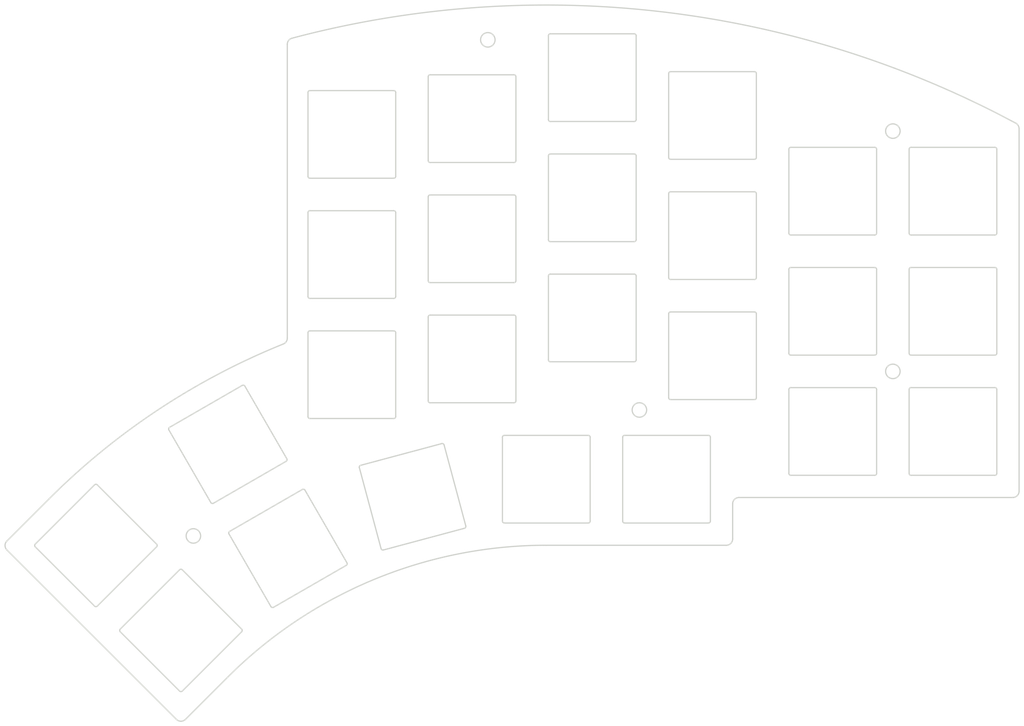
<source format=kicad_pcb>
(kicad_pcb (version 20221018) (generator pcbnew)

  (general
    (thickness 1.6)
  )

  (paper "A4")
  (layers
    (0 "F.Cu" signal)
    (31 "B.Cu" signal)
    (32 "B.Adhes" user "B.Adhesive")
    (33 "F.Adhes" user "F.Adhesive")
    (34 "B.Paste" user)
    (35 "F.Paste" user)
    (36 "B.SilkS" user "B.Silkscreen")
    (37 "F.SilkS" user "F.Silkscreen")
    (38 "B.Mask" user)
    (39 "F.Mask" user)
    (40 "Dwgs.User" user "User.Drawings")
    (41 "Cmts.User" user "User.Comments")
    (42 "Eco1.User" user "User.Eco1")
    (43 "Eco2.User" user "User.Eco2")
    (44 "Edge.Cuts" user)
    (45 "Margin" user)
    (46 "B.CrtYd" user "B.Courtyard")
    (47 "F.CrtYd" user "F.Courtyard")
    (48 "B.Fab" user)
    (49 "F.Fab" user)
    (50 "User.1" user)
    (51 "User.2" user)
    (52 "User.3" user)
    (53 "User.4" user)
    (54 "User.5" user)
    (55 "User.6" user)
    (56 "User.7" user)
    (57 "User.8" user)
    (58 "User.9" user)
  )

  (setup
    (pad_to_mask_clearance 0)
    (pcbplotparams
      (layerselection 0x0002000_7ffffffe)
      (plot_on_all_layers_selection 0x0002000_00000000)
      (disableapertmacros false)
      (usegerberextensions false)
      (usegerberattributes true)
      (usegerberadvancedattributes true)
      (creategerberjobfile true)
      (dashed_line_dash_ratio 12.000000)
      (dashed_line_gap_ratio 3.000000)
      (svgprecision 4)
      (plotframeref false)
      (viasonmask false)
      (mode 1)
      (useauxorigin false)
      (hpglpennumber 1)
      (hpglpenspeed 20)
      (hpglpendiameter 15.000000)
      (dxfpolygonmode true)
      (dxfimperialunits false)
      (dxfusepcbnewfont true)
      (psnegative false)
      (psa4output false)
      (plotreference true)
      (plotvalue true)
      (plotinvisibletext false)
      (sketchpadsonfab false)
      (subtractmaskfromsilk false)
      (outputformat 3)
      (mirror false)
      (drillshape 0)
      (scaleselection 1)
      (outputdirectory "./")
    )
  )

  (net 0 "")

  (gr_arc (start 25.112502 -13.269206) (mid 24.900366 -13.357071) (end 24.812502 -13.569206)
    (stroke (width 0.2) (type solid)) (layer "Edge.Cuts") (tstamp 0037f7da-0499-41ac-b602-d1cf2914e256))
  (gr_arc (start 76.512502 -15.169196) (mid 76.724626 -15.081324) (end 76.812502 -14.869196)
    (stroke (width 0.2) (type solid)) (layer "Edge.Cuts") (tstamp 00f1d347-810f-4026-9894-b9158e3e9993))
  (gr_line (start -26.166791 31.653802) (end -32.816791 20.135664)
    (stroke (width 0.2) (type solid)) (layer "Edge.Cuts") (tstamp 01b62ead-aba9-4822-941b-1b83d3aeab12))
  (gr_arc (start -18.437498 -29.619206) (mid -18.525366 -29.407074) (end -18.737498 -29.319206)
    (stroke (width 0.2) (type solid)) (layer "Edge.Cuts") (tstamp 0262d767-dac8-47f3-b59b-572652d9c97d))
  (gr_arc (start -54.379544 10.58788) (mid -54.409515 10.360234) (end -54.269737 10.178072)
    (stroke (width 0.2) (type solid)) (layer "Edge.Cuts") (tstamp 03130ea8-6163-402a-8e06-cf10ba8df835))
  (gr_arc (start -33.226599 20.025856) (mid -32.998953 19.995886) (end -32.816791 20.135664)
    (stroke (width 0.2) (type solid)) (layer "Edge.Cuts") (tstamp 0382c829-4cbe-4e93-801f-55a2731b8164))
  (gr_arc (start -47.319737 22.215825) (mid -47.547383 22.245796) (end -47.729544 22.106018)
    (stroke (width 0.2) (type solid)) (layer "Edge.Cuts") (tstamp 053460e7-369d-4864-8d0e-272725efec9b))
  (gr_arc (start 38.712502 5.480794) (mid 38.624636 5.692932) (end 38.412502 5.780794)
    (stroke (width 0.2) (type solid)) (layer "Edge.Cuts") (tstamp 0623cef3-9d8f-4365-8276-ec4037f92f63))
  (gr_line (start -32.037498 8.780794) (end -18.737498 8.780794)
    (stroke (width 0.2) (type solid)) (layer "Edge.Cuts") (tstamp 085be061-4d4b-495b-a014-2f2abff4c3a3))
  (gr_line (start 0.612502 -32.119206) (end 0.612502 -45.419206)
    (stroke (width 0.2) (type solid)) (layer "Edge.Cuts") (tstamp 098ee356-02a1-4929-a95a-2c415120f880))
  (gr_line (start -66.14996 19.294088) (end -75.55448 28.698609)
    (stroke (width 0.2) (type solid)) (layer "Edge.Cuts") (tstamp 098f0d30-0a25-4b6b-a472-8457438ea545))
  (gr_arc (start -18.737498 -5.119206) (mid -18.525366 -5.031338) (end -18.437498 -4.819206)
    (stroke (width 0.2) (type solid)) (layer "Edge.Cuts") (tstamp 0ea99885-2a8c-4828-a3d6-d21d79346656))
  (gr_arc (start 5.762502 -13.819206) (mid 5.850372 -14.031332) (end 6.062502 -14.119206)
    (stroke (width 0.2) (type solid)) (layer "Edge.Cuts") (tstamp 0ec49b07-7bba-4463-b68f-a9b246b9c8f1))
  (gr_line (start 19.362502 -52.219206) (end 6.062502 -52.219206)
    (stroke (width 0.2) (type solid)) (layer "Edge.Cuts") (tstamp 0f80afcb-a855-4a3c-bd7b-ef43cf29c47f))
  (gr_arc (start -13.287498 -7.319206) (mid -13.19963 -7.531338) (end -12.987498 -7.619206)
    (stroke (width 0.2) (type solid)) (layer "Edge.Cuts") (tstamp 10ba11ad-3882-49d3-952f-037caca7acb9))
  (gr_arc (start 0.612502 -13.069206) (mid 0.524636 -12.857068) (end 0.312502 -12.769206)
    (stroke (width 0.2) (type solid)) (layer "Edge.Cuts") (tstamp 10f869bd-6333-4526-a93a-7b62d090f6e8))
  (gr_line (start 17.826611 11.450622) (end 31.126611 11.450622)
    (stroke (width 0.2) (type solid)) (layer "Edge.Cuts") (tstamp 10ffedb2-ffc4-4628-972b-98cc8fb609cd))
  (gr_line (start 24.812502 -7.819206) (end 24.812502 5.480794)
    (stroke (width 0.2) (type solid)) (layer "Edge.Cuts") (tstamp 115e6be3-2e77-4ddf-aed6-d59d4d2e2912))
  (gr_line (start -1.223389 25.350622) (end 12.076611 25.350622)
    (stroke (width 0.2) (type solid)) (layer "Edge.Cuts") (tstamp 11994aa1-44d9-4921-ab9b-d1834ea2c0f6))
  (gr_line (start -45.0605 49.788068) (end -51.760337 56.487905)
    (stroke (width 0.2) (type solid)) (layer "Edge.Cuts") (tstamp 14c6f4c9-8f92-4363-9d51-e28a73fd73cf))
  (gr_line (start -32.037498 -29.319206) (end -18.737498 -29.319206)
    (stroke (width 0.2) (type solid)) (layer "Edge.Cuts") (tstamp 151623a5-8a17-46a9-a2e3-5f19c266b2e8))
  (gr_arc (start 25.112502 -32.319206) (mid 24.900366 -32.407071) (end 24.812502 -32.619206)
    (stroke (width 0.2) (type solid)) (layer "Edge.Cuts") (tstamp 164c88b0-c938-45bc-be76-f7c59c496253))
  (gr_line (start -18.737498 -43.219206) (end -32.037498 -43.219206)
    (stroke (width 0.2) (type solid)) (layer "Edge.Cuts") (tstamp 16576459-dbd5-4125-a20f-8cd1a8e0ce6f))
  (gr_arc (start 76.812502 17.480804) (mid 76.724632 17.692935) (end 76.512502 17.780804)
    (stroke (width 0.2) (type solid)) (layer "Edge.Cuts") (tstamp 18a03ad6-0116-467f-9a04-6d311aa6dc1b))
  (gr_arc (start -32.037498 8.780794) (mid -32.24963 8.692926) (end -32.337498 8.480794)
    (stroke (width 0.2) (type solid)) (layer "Edge.Cuts") (tstamp 18c90d8f-a50b-4d90-8dd3-b14b6bbb2321))
  (gr_arc (start 44.162502 -20.319206) (mid 43.950366 -20.407071) (end 43.862502 -20.619206)
    (stroke (width 0.2) (type solid)) (layer "Edge.Cuts") (tstamp 198b857f-41a6-4818-b68c-5def52d25e75))
  (gr_arc (start -66.14996 19.294088) (mid -65.937828 19.20622) (end -65.725696 19.294088)
    (stroke (width 0.2) (type solid)) (layer "Edge.Cuts") (tstamp 1b15aefd-ffe4-4df7-9968-beebf8f2f1b0))
  (gr_arc (start 19.362502 -14.119206) (mid 19.57463 -14.031335) (end 19.662502 -13.819206)
    (stroke (width 0.2) (type solid)) (layer "Edge.Cuts") (tstamp 1bbeef1a-b50f-4173-9a92-942e515f4edf))
  (gr_arc (start -13.287498 -26.369206) (mid -13.19963 -26.581338) (end -12.987498 -26.669206)
    (stroke (width 0.2) (type solid)) (layer "Edge.Cuts") (tstamp 1c73a639-57ff-4ac4-b537-d40fa99c5e4f))
  (gr_line (start -18.437498 -10.569206) (end -18.437498 -23.869206)
    (stroke (width 0.2) (type solid)) (layer "Edge.Cuts") (tstamp 1d000206-efc1-46cd-8919-f8dd1ead7895))
  (gr_line (start 79.337502 21.305794) (end 35.951611 21.305794)
    (stroke (width 0.2) (type solid)) (layer "Edge.Cuts") (tstamp 1f9ea49f-6d58-452e-8a21-ab56d4319e23))
  (gr_line (start 76.512502 3.880804) (end 63.212502 3.880804)
    (stroke (width 0.2) (type solid)) (layer "Edge.Cuts") (tstamp 2098ad47-c700-4d5e-b8b6-e5daa191b4d3))
  (gr_arc (start 76.812502 -20.619196) (mid 76.724632 -20.407065) (end 76.512502 -20.319196)
    (stroke (width 0.2) (type solid)) (layer "Edge.Cuts") (tstamp 21f73b48-815d-4c35-9308-fa58fd664077))
  (gr_arc (start 17.826611 25.350622) (mid 17.614459 25.262762) (end 17.526611 25.050622)
    (stroke (width 0.2) (type solid)) (layer "Edge.Cuts") (tstamp 22ab227e-5963-4f17-9206-649bd2fbbe75))
  (gr_line (start -35.691791 15.156018) (end -42.341791 3.63788)
    (stroke (width 0.2) (type solid)) (layer "Edge.Cuts") (tstamp 248495ea-3e3f-4640-9c2a-49e8da7ff82f))
  (gr_arc (start 76.812502 -1.569196) (mid 76.724632 -1.357065) (end 76.512502 -1.269196)
    (stroke (width 0.2) (type solid)) (layer "Edge.Cuts") (tstamp 24a35a09-59c8-4247-adb6-d2e9bf9b4507))
  (gr_line (start -32.337498 -42.919206) (end -32.337498 -29.619206)
    (stroke (width 0.2) (type solid)) (layer "Edge.Cuts") (tstamp 26073228-ab53-4d1c-b1e1-7809b393756f))
  (gr_arc (start 38.712502 -32.619206) (mid 38.624636 -32.407068) (end 38.412502 -32.319206)
    (stroke (width 0.2) (type solid)) (layer "Edge.Cuts") (tstamp 2745a1f9-97bb-4512-8a3c-141f6c2a0edb))
  (gr_arc (start 63.212502 -1.269196) (mid 63.000362 -1.35706) (end 62.912502 -1.569196)
    (stroke (width 0.2) (type solid)) (layer "Edge.Cuts") (tstamp 284d3cdf-ce98-4a47-9db3-a5d1cfbf0831))
  (gr_arc (start 6.062502 -38.319206) (mid 5.850366 -38.407071) (end 5.762502 -38.619206)
    (stroke (width 0.2) (type solid)) (layer "Edge.Cuts") (tstamp 294cea30-16bf-4365-9c1a-8a78669e4c3b))
  (gr_line (start 43.862502 -33.919206) (end 43.862502 -20.619206)
    (stroke (width 0.2) (type solid)) (layer "Edge.Cuts") (tstamp 2b4cd5eb-965a-4074-8c57-5e31cfeaf007))
  (gr_line (start 19.362502 -14.119206) (end 6.062502 -14.119206)
    (stroke (width 0.2) (type solid)) (layer "Edge.Cuts") (tstamp 2d7b3e59-ce14-4a24-b30c-99c9946ad259))
  (gr_arc (start 0.612502 -32.119206) (mid 0.524636 -31.907068) (end 0.312502 -31.819206)
    (stroke (width 0.2) (type solid)) (layer "Edge.Cuts") (tstamp 2db5cfda-e5c0-459d-bc15-b4a13e18b5fd))
  (gr_arc (start 31.126611 11.450622) (mid 31.338723 11.538498) (end 31.426611 11.750622)
    (stroke (width 0.2) (type solid)) (layer "Edge.Cuts") (tstamp 30ff858d-ab74-4990-9297-265d4eaa1606))
  (gr_arc (start -37.794737 38.713609) (mid -38.022382 38.743579) (end -38.204544 38.603802)
    (stroke (width 0.2) (type solid)) (layer "Edge.Cuts") (tstamp 311c45f2-fc31-44ea-b5b8-79700723659c))
  (gr_arc (start 6.062502 -19.269206) (mid 5.850366 -19.357071) (end 5.762502 -19.569206)
    (stroke (width 0.2) (type solid)) (layer "Edge.Cuts") (tstamp 312dfe0f-e431-40fb-bf66-2cb27af5d360))
  (gr_line (start -18.437498 8.480794) (end -18.437498 -4.819206)
    (stroke (width 0.2) (type solid)) (layer "Edge.Cuts") (tstamp 31b1a4f4-9f43-4fcd-944a-8bd26020ed50))
  (gr_line (start -20.388698 29.624761) (end -7.541885 26.182468)
    (stroke (width 0.2) (type solid)) (layer "Edge.Cuts") (tstamp 33140ad3-e1dc-4fbf-8df1-ab75073a7281))
  (gr_arc (start 60.631419 -46.75886) (mid 70.367461 -42.725748) (end 79.81112 -38.048804)
    (stroke (width 0.2) (type solid)) (layer "Edge.Cuts") (tstamp 35a3d4a5-f337-48e1-9d59-78c6840b5123))
  (gr_line (start 6.062502 -0.219206) (end 19.362502 -0.219206)
    (stroke (width 0.2) (type solid)) (layer "Edge.Cuts") (tstamp 362035a9-6fc4-4f5c-bb04-98512f5b5e83))
  (gr_arc (start -11.139469 12.756099) (mid -10.911824 12.786069) (end -10.772046 12.968231)
    (stroke (width 0.2) (type solid)) (layer "Edge.Cuts") (tstamp 3727b6fd-64f6-43aa-bca8-3df22356c5e8))
  (gr_line (start 44.162502 17.780794) (end 57.462502 17.780794)
    (stroke (width 0.2) (type solid)) (layer "Edge.Cuts") (tstamp 3778893f-8af5-4230-9220-70d4bc6e93b2))
  (gr_arc (start 63.212502 -20.319196) (mid 63.000362 -20.40706) (end 62.912502 -20.619196)
    (stroke (width 0.2) (type solid)) (layer "Edge.Cuts") (tstamp 38425445-f4bc-4eb0-b096-6b6539631b5f))
  (gr_line (start 38.712502 -32.619206) (end 38.712502 -45.919206)
    (stroke (width 0.2) (type solid)) (layer "Edge.Cuts") (tstamp 38465c62-3dba-4551-a77b-d0f3e5d0d40c))
  (gr_line (start -62.084096 42.593257) (end -52.679576 51.997777)
    (stroke (width 0.2) (type solid)) (layer "Edge.Cuts") (tstamp 397f82f8-2f82-4b27-a9d0-8761ed5dc03d))
  (gr_line (start 0.312502 -7.619206) (end -12.987498 -7.619206)
    (stroke (width 0.2) (type solid)) (layer "Edge.Cuts") (tstamp 3cd001e6-2393-45ed-97cc-fc2aa4c450df))
  (gr_line (start -35.612498 -3.966721) (end -35.612498 -50.55697)
    (stroke (width 0.2) (type solid)) (layer "Edge.Cuts") (tstamp 3d17bc80-5fe6-4b01-aba1-a962c09ae6f3))
  (gr_arc (start -51.760337 56.487905) (mid -52.467444 56.780798) (end -53.174551 56.487905)
    (stroke (width 0.2) (type solid)) (layer "Edge.Cuts") (tstamp 3e21299e-22dd-4873-89d2-6b2a50c72474))
  (gr_arc (start -1.523389 11.750622) (mid -1.435528 11.538481) (end -1.223389 11.450622)
    (stroke (width 0.2) (type solid)) (layer "Edge.Cuts") (tstamp 3f2a67b2-66da-40ca-b97e-69c62cf4171e))
  (gr_line (start -11.139469 12.756099) (end -23.986283 16.198392)
    (stroke (width 0.2) (type solid)) (layer "Edge.Cuts") (tstamp 40af26fe-3074-4815-a3db-07fae837b09b))
  (gr_arc (start -62.084096 42.593257) (mid -62.171964 42.381125) (end -62.084096 42.168993)
    (stroke (width 0.2) (type solid)) (layer "Edge.Cuts") (tstamp 40c3a825-16a1-4223-9468-a8391a564569))
  (gr_arc (start 62.912502 4.180804) (mid 63.000368 3.968671) (end 63.212502 3.880804)
    (stroke (width 0.2) (type solid)) (layer "Edge.Cuts") (tstamp 41319cf3-a8f1-49e8-a550-a9d77560dc2a))
  (gr_line (start 19.662502 -0.519206) (end 19.662502 -13.819206)
    (stroke (width 0.2) (type solid)) (layer "Edge.Cuts") (tstamp 41a77f98-ade6-4620-877d-4ff25a3e10a8))
  (gr_line (start 63.212502 -1.269196) (end 76.512502 -1.269196)
    (stroke (width 0.2) (type solid)) (layer "Edge.Cuts") (tstamp 429135c2-7ff7-4e70-a8e4-bba83dd59287))
  (gr_line (start 6.062502 -38.319206) (end 19.362502 -38.319206)
    (stroke (width 0.2) (type solid)) (layer "Edge.Cuts") (tstamp 46fed977-e9cf-4b52-bcce-21ad349f47ee))
  (gr_arc (start -52.255312 51.997777) (mid -52.467444 52.085645) (end -52.679576 51.997777)
    (stroke (width 0.2) (type solid)) (layer "Edge.Cuts") (tstamp 49bfd6cd-d4cd-4d00-b5f4-da315759814d))
  (gr_arc (start -56.321176 28.698609) (mid -56.233308 28.910741) (end -56.321176 29.122873)
    (stroke (width 0.2) (type solid)) (layer "Edge.Cuts") (tstamp 4b87b622-fa5a-4141-99ab-ad6782176195))
  (gr_arc (start 38.412502 -27.169206) (mid 38.62463 -27.081335) (end 38.712502 -26.869206)
    (stroke (width 0.2) (type solid)) (layer "Edge.Cuts") (tstamp 4c5a8d32-ad8a-4037-aa38-5e5c5989c95c))
  (gr_line (start 24.812502 -26.869206) (end 24.812502 -13.569206)
    (stroke (width 0.2) (type solid)) (layer "Edge.Cuts") (tstamp 4cffea4e-ce46-4ced-bf10-49d231cc7554))
  (gr_line (start 76.812502 -1.569196) (end 76.812502 -14.869196)
    (stroke (width 0.2) (type solid)) (layer "Edge.Cuts") (tstamp 4f5a94c7-1236-4d2b-bd7b-4739f39cc8dd))
  (gr_line (start 33.951611 28.875622) (end 5.426611 28.875622)
    (stroke (width 0.2) (type solid)) (layer "Edge.Cuts") (tstamp 5153ba58-5404-4bb5-811b-59fe1e4ed2ab))
  (gr_arc (start 76.512502 -34.219196) (mid 76.724626 -34.131324) (end 76.812502 -33.919196)
    (stroke (width 0.2) (type solid)) (layer "Edge.Cuts") (tstamp 53d0272c-8a84-44b9-b22f-39aefb3d9018))
  (gr_line (start -13.287498 -26.369206) (end -13.287498 -13.069206)
    (stroke (width 0.2) (type solid)) (layer "Edge.Cuts") (tstamp 54944995-36a4-48e0-80d3-54426c7ca8e1))
  (gr_line (start 24.812502 -45.919206) (end 24.812502 -32.619206)
    (stroke (width 0.2) (type solid)) (layer "Edge.Cuts") (tstamp 54ea74c4-c575-45f5-b4c6-c1e7560f09fd))
  (gr_arc (start 57.762502 -20.619206) (mid 57.674636 -20.407068) (end 57.462502 -20.319206)
    (stroke (width 0.2) (type solid)) (layer "Edge.Cuts") (tstamp 56c65d04-d16c-4ce8-9511-fa8063c85227))
  (gr_line (start 62.912502 -33.919196) (end 62.912502 -20.619196)
    (stroke (width 0.2) (type solid)) (layer "Edge.Cuts") (tstamp 575f7af1-229e-40fd-a119-8575fc81c3ed))
  (gr_arc (start -18.737498 -43.219206) (mid -18.525366 -43.131338) (end -18.437498 -42.919206)
    (stroke (width 0.2) (type solid)) (layer "Edge.Cuts") (tstamp 58e80813-6b05-4341-8323-331f2f83d8c2))
  (gr_line (start 31.426611 11.750622) (end 31.426611 25.050622)
    (stroke (width 0.2) (type solid)) (layer "Edge.Cuts") (tstamp 5a463af2-3c3e-47ba-9140-dcd48f3c05d3))
  (gr_line (start -80.044608 28.203634) (end -73.344772 21.503797)
    (stroke (width 0.2) (type solid)) (layer "Edge.Cuts") (tstamp 5bcd6c1a-fec2-4aa7-8964-8ac6efe4dc5c))
  (gr_arc (start 57.462502 3.880794) (mid 57.67463 3.968665) (end 57.762502 4.180794)
    (stroke (width 0.2) (type solid)) (layer "Edge.Cuts") (tstamp 5c2f8d6f-cf46-4391-94c6-6f36fab75588))
  (gr_arc (start 43.862502 4.180794) (mid 43.950372 3.968668) (end 44.162502 3.880794)
    (stroke (width 0.2) (type solid)) (layer "Edge.Cuts") (tstamp 5e0f32c5-24c0-45cc-9ad7-c237a638a83e))
  (gr_line (start 0.612502 5.980794) (end 0.612502 -7.319206)
    (stroke (width 0.2) (type solid)) (layer "Edge.Cuts") (tstamp 5e721a21-94af-4c2c-93ec-e2011c6e3a21))
  (gr_line (start 34.951611 22.305794) (end 34.951611 27.875622)
    (stroke (width 0.2) (type solid)) (layer "Edge.Cuts") (tstamp 5e8ce492-7636-4b45-9b50-ffd2be2a344e))
  (gr_circle (center -50.494752 27.397041) (end -49.344752 27.397041)
    (stroke (width 0.2) (type solid)) (fill none) (layer "Edge.Cuts") (tstamp 5f29f595-38fd-431b-92a0-262d01e73953))
  (gr_arc (start -18.737498 -24.169206) (mid -18.525366 -24.081338) (end -18.437498 -23.869206)
    (stroke (width 0.2) (type solid)) (layer "Edge.Cuts") (tstamp 60a1ed0d-cfbf-48d2-aff2-299d55347ec7))
  (gr_line (start 17.526611 25.050622) (end 17.526611 11.750622)
    (stroke (width 0.2) (type solid)) (layer "Edge.Cuts") (tstamp 6197ad13-47e2-446c-bea1-3cf7255f348d))
  (gr_arc (start -75.55448 29.122873) (mid -75.642348 28.910741) (end -75.55448 28.698609)
    (stroke (width 0.2) (type solid)) (layer "Edge.Cuts") (tstamp 62753192-dcdd-4396-8c78-dcfda7d56f82))
  (gr_arc (start 80.337502 20.305794) (mid 80.044611 21.012907) (end 79.337502 21.305794)
    (stroke (width 0.2) (type solid)) (layer "Edge.Cuts") (tstamp 62c409a6-c258-4511-ae3d-4af687aa291f))
  (gr_line (start -33.226599 20.025856) (end -44.744737 26.675856)
    (stroke (width 0.2) (type solid)) (layer "Edge.Cuts") (tstamp 63f1bade-97cd-45b9-b539-bf5950d13eee))
  (gr_line (start 76.812502 -20.619196) (end 76.812502 -33.919196)
    (stroke (width 0.2) (type solid)) (layer "Edge.Cuts") (tstamp 6457fa45-409d-4171-ae3f-cd42250cc3e0))
  (gr_line (start 12.376611 25.050622) (end 12.376611 11.750622)
    (stroke (width 0.2) (type solid)) (layer "Edge.Cuts") (tstamp 658c54a3-169f-473f-8ba6-3c18afd500b5))
  (gr_arc (start -52.679576 32.764473) (mid -52.467444 32.676605) (end -52.255312 32.764473)
    (stroke (width 0.2) (type solid)) (layer "Edge.Cuts") (tstamp 665ec2bb-c019-4ff6-a548-f4bef85062e7))
  (gr_arc (start 43.862502 -14.869206) (mid 43.950372 -15.081332) (end 44.162502 -15.169206)
    (stroke (width 0.2) (type solid)) (layer "Edge.Cuts") (tstamp 667ffa08-7af1-49af-9bc8-7431de1aca8d))
  (gr_arc (start -34.869066 -51.523496) (mid 13.252593 -56.585694) (end 60.631419 -46.75886)
    (stroke (width 0.2) (type solid)) (layer "Edge.Cuts") (tstamp 6716aa37-c3fa-4336-9203-04c7621b45af))
  (gr_arc (start 17.526611 11.750622) (mid 17.614472 11.538481) (end 17.826611 11.450622)
    (stroke (width 0.2) (type solid)) (layer "Edge.Cuts") (tstamp 67c50832-37c5-4406-a0c0-62a236a3d970))
  (gr_arc (start 62.912502 -14.869196) (mid 63.000368 -15.081329) (end 63.212502 -15.169196)
    (stroke (width 0.2) (type solid)) (layer "Edge.Cuts") (tstamp 68d1b6de-adb5-4fca-9463-840e06ebbdc6))
  (gr_circle (center 60.337494 -36.794203) (end 61.487494 -36.794203)
    (stroke (width 0.2) (type solid)) (fill none) (layer "Edge.Cuts") (tstamp 69fff8f2-9925-451c-85fd-01005c73b7ab))
  (gr_line (start -18.737498 -5.119206) (end -32.037498 -5.119206)
    (stroke (width 0.2) (type solid)) (layer "Edge.Cuts") (tstamp 6ac122e5-6799-407f-956c-aeab4b45490f))
  (gr_arc (start -1.223389 25.350622) (mid -1.435521 25.262754) (end -1.523389 25.050622)
    (stroke (width 0.2) (type solid)) (layer "Edge.Cuts") (tstamp 6ef12c14-6681-40e7-b315-ba62e4e4d30a))
  (gr_arc (start -12.987498 -31.819206) (mid -13.19963 -31.907074) (end -13.287498 -32.119206)
    (stroke (width 0.2) (type solid)) (layer "Edge.Cuts") (tstamp 726ec99b-4686-4fc9-9c3c-40b5a3727864))
  (gr_arc (start -12.987498 -12.769206) (mid -13.19963 -12.857074) (end -13.287498 -13.069206)
    (stroke (width 0.2) (type solid)) (layer "Edge.Cuts") (tstamp 736fc454-00a3-4891-94d2-7bda91d46b12))
  (gr_arc (start 0.312502 -7.619206) (mid 0.52463 -7.531335) (end 0.612502 -7.319206)
    (stroke (width 0.2) (type solid)) (layer "Edge.Cuts") (tstamp 7381eaf7-4905-4fbf-ac12-57f4007c0b81))
  (gr_line (start -37.794737 38.713609) (end -26.276599 32.063609)
    (stroke (width 0.2) (type solid)) (layer "Edge.Cuts") (tstamp 7479b7cc-214a-4c8e-8faf-fd0701af8f09))
  (gr_line (start 38.412502 -27.169206) (end 25.112502 -27.169206)
    (stroke (width 0.2) (type solid)) (layer "Edge.Cuts") (tstamp 74eb0959-e81f-4451-8025-f2a3f84c68e5))
  (gr_arc (start 0.312502 -26.669206) (mid 0.52463 -26.581335) (end 0.612502 -26.369206)
    (stroke (width 0.2) (type solid)) (layer "Edge.Cuts") (tstamp 76c54ca8-dd07-412f-ad10-e7058949853e))
  (gr_arc (start -32.337498 -23.869206) (mid -32.24963 -24.081338) (end -32.037498 -24.169206)
    (stroke (width 0.2) (type solid)) (layer "Edge.Cuts") (tstamp 775be41e-a607-40ab-a0af-fdde06be4c1b))
  (gr_arc (start 12.076611 11.450622) (mid 12.288723 11.538498) (end 12.376611 11.750622)
    (stroke (width 0.2) (type solid)) (layer "Edge.Cuts") (tstamp 79f0f38c-6734-4717-97f3-7c61c39d4b9a))
  (gr_line (start -75.55448 29.122873) (end -66.14996 38.527393)
    (stroke (width 0.2) (type solid)) (layer "Edge.Cuts") (tstamp 7a688c1c-d45d-4c22-98ca-430a88d180cc))
  (gr_line (start 0.312502 -45.719206) (end -12.987498 -45.719206)
    (stroke (width 0.2) (type solid)) (layer "Edge.Cuts") (tstamp 7c848e71-3f6e-430e-95a5-53a4717625ea))
  (gr_line (start 62.912502 4.180804) (end 62.912502 17.480804)
    (stroke (width 0.2) (type solid)) (layer "Edge.Cuts") (tstamp 7d8a897c-5ada-44e2-ba73-4882ea196b0d))
  (gr_line (start 31.126611 25.350622) (end 17.826611 25.350622)
    (stroke (width 0.2) (type solid)) (layer "Edge.Cuts") (tstamp 7db7ef3d-98a9-43df-ada4-91e442abd7b6))
  (gr_arc (start -45.0605 49.788068) (mid -21.896817 34.310589) (end 5.426611 28.875622)
    (stroke (width 0.2) (type solid)) (layer "Edge.Cuts") (tstamp 7de78265-6203-4277-87c0-c0a1d4e38e53))
  (gr_line (start 5.762502 -51.919206) (end 5.762502 -38.619206)
    (stroke (width 0.2) (type solid)) (layer "Edge.Cuts") (tstamp 7f44e839-0c77-4842-9875-074c2c840140))
  (gr_circle (center 20.176093 7.424297) (end 21.326093 7.424297)
    (stroke (width 0.2) (type solid)) (fill none) (layer "Edge.Cuts") (tstamp 7fb6321a-55f7-4b99-af6b-0cdb246d85d1))
  (gr_arc (start -13.287498 -45.419206) (mid -13.19963 -45.631338) (end -12.987498 -45.719206)
    (stroke (width 0.2) (type solid)) (layer "Edge.Cuts") (tstamp 80243c3a-a334-4d8d-8a59-8387c1ff618c))
  (gr_line (start 57.462502 -15.169206) (end 44.162502 -15.169206)
    (stroke (width 0.2) (type solid)) (layer "Edge.Cuts") (tstamp 81568d09-8ca4-46c1-9d7f-00d9ea84ee54))
  (gr_arc (start 19.662502 -0.519206) (mid 19.574636 -0.307068) (end 19.362502 -0.219206)
    (stroke (width 0.2) (type solid)) (layer "Edge.Cuts") (tstamp 838a9257-778c-4add-b1db-69b2652effc8))
  (gr_arc (start -80.044608 29.617847) (mid -80.337502 28.91074) (end -80.044608 28.203634)
    (stroke (width 0.2) (type solid)) (layer "Edge.Cuts") (tstamp 83968181-1718-4bf8-b81e-ea2115dc00ff))
  (gr_line (start -54.379544 10.58788) (end -47.729544 22.106018)
    (stroke (width 0.2) (type solid)) (layer "Edge.Cuts") (tstamp 83aa7142-ea70-48a6-b047-35bfa8c1497d))
  (gr_line (start 25.112502 -32.319206) (end 38.412502 -32.319206)
    (stroke (width 0.2) (type solid)) (layer "Edge.Cuts") (tstamp 841da6dd-ab2c-476f-93fd-9e20ab4e4ad4))
  (gr_arc (start 34.951611 22.305794) (mid 35.244507 21.598696) (end 35.951611 21.305794)
    (stroke (width 0.2) (type solid)) (layer "Edge.Cuts") (tstamp 84380557-19a9-402b-a202-7f2c5d439e53))
  (gr_arc (start 57.462502 -34.219206) (mid 57.67463 -34.131335) (end 57.762502 -33.919206)
    (stroke (width 0.2) (type solid)) (layer "Edge.Cuts") (tstamp 85988cea-a392-4ea0-b2fb-49977200b136))
  (gr_line (start 80.337502 -37.168073) (end 80.337502 20.305794)
    (stroke (width 0.2) (type solid)) (layer "Edge.Cuts") (tstamp 862feb96-cb13-44ad-946c-07d9f6b2a962))
  (gr_arc (start 44.162502 17.780794) (mid 43.950366 17.692929) (end 43.862502 17.480794)
    (stroke (width 0.2) (type solid)) (layer "Edge.Cuts") (tstamp 8c0306df-5498-417e-bb17-f003cfece943))
  (gr_arc (start 57.762502 17.480794) (mid 57.674636 17.692932) (end 57.462502 17.780794)
    (stroke (width 0.2) (type solid)) (layer "Edge.Cuts") (tstamp 8e93fa7b-268f-48bc-8a81-071c257900bc))
  (gr_line (start -42.850792 42.168993) (end -52.255312 32.764473)
    (stroke (width 0.2) (type solid)) (layer "Edge.Cuts") (tstamp 8ec8a5cd-84ea-4212-8a28-724d4829a492))
  (gr_line (start 19.362502 -33.169206) (end 6.062502 -33.169206)
    (stroke (width 0.2) (type solid)) (layer "Edge.Cuts") (tstamp 8ec9722f-8ef8-4f7a-8935-3ce3988760c2))
  (gr_line (start 0.612502 -13.069206) (end 0.612502 -26.369206)
    (stroke (width 0.2) (type solid)) (layer "Edge.Cuts") (tstamp 8fc3f66f-546f-4932-9eb7-9f9a114afe42))
  (gr_line (start -53.174551 56.487905) (end -80.044608 29.617847)
    (stroke (width 0.2) (type solid)) (layer "Edge.Cuts") (tstamp 90c4f777-1858-4f1d-9576-444fe80a0caa))
  (gr_line (start -44.854544 27.085664) (end -38.204544 38.603802)
    (stroke (width 0.2) (type solid)) (layer "Edge.Cuts") (tstamp 932126d0-80d5-4506-bff2-57e3303880e4))
  (gr_line (start 44.162502 -1.269206) (end 57.462502 -1.269206)
    (stroke (width 0.2) (type solid)) (layer "Edge.Cuts") (tstamp 9532022b-f2e3-446e-9780-51b9e085cbc8))
  (gr_arc (start -18.437498 8.480794) (mid -18.525366 8.692926) (end -18.737498 8.780794)
    (stroke (width 0.2) (type solid)) (layer "Edge.Cuts") (tstamp 970aa603-a20c-4e9b-a8da-5cd36f30c5c2))
  (gr_arc (start -18.437498 -10.569206) (mid -18.525366 -10.357074) (end -18.737498 -10.269206)
    (stroke (width 0.2) (type solid)) (layer "Edge.Cuts") (tstamp 974ec985-2fe2-49a7-a767-f5bea6cda518))
  (gr_line (start 62.912502 -14.869196) (end 62.912502 -1.569196)
    (stroke (width 0.2) (type solid)) (layer "Edge.Cuts") (tstamp 99a2b0c5-f644-4454-97fd-91690e13ea46))
  (gr_arc (start -20.388698 29.624761) (mid -20.616344 29.594791) (end -20.756122 29.412629)
    (stroke (width 0.2) (type solid)) (layer "Edge.Cuts") (tstamp 99f41c62-4d54-4e61-9e56-23f995a99253))
  (gr_arc (start -35.612498 -50.55697) (mid -35.405142 -51.166655) (end -34.869066 -51.523496)
    (stroke (width 0.2) (type solid)) (layer "Edge.Cuts") (tstamp 9a9f1a3e-2172-4c03-af8d-593164029d85))
  (gr_arc (start 6.062502 -0.219206) (mid 5.850366 -0.307071) (end 5.762502 -0.519206)
    (stroke (width 0.2) (type solid)) (layer "Edge.Cuts") (tstamp 9b0f10cc-d8de-4075-adcc-50d011145294))
  (gr_arc (start 19.662502 -38.619206) (mid 19.574636 -38.407068) (end 19.362502 -38.319206)
    (stroke (width 0.2) (type solid)) (layer "Edge.Cuts") (tstamp 9b65e634-64be-4392-8932-e2a538e4130b))
  (gr_line (start 38.712502 -13.569206) (end 38.712502 -26.869206)
    (stroke (width 0.2) (type solid)) (layer "Edge.Cuts") (tstamp 9bbdd5ad-310d-4b0a-a74b-d691ee7e4ec4))
  (gr_circle (center -3.840907 -51.265701) (end -2.690907 -51.265701)
    (stroke (width 0.2) (type solid)) (fill none) (layer "Edge.Cuts") (tstamp 9dcf356a-2ec2-4be4-b77a-cf943e46a321))
  (gr_arc (start 31.426611 25.050622) (mid 31.338736 25.262745) (end 31.126611 25.350622)
    (stroke (width 0.2) (type solid)) (layer "Edge.Cuts") (tstamp 9ea3e893-7b13-4eb5-a3ae-a980fbb6cf40))
  (gr_arc (start -35.612498 -3.966721) (mid -35.783638 -3.407264) (end -36.238483 -3.039299)
    (stroke (width 0.2) (type solid)) (layer "Edge.Cuts") (tstamp 9fda6133-8f23-42e1-b58c-5f02efc8cf8e))
  (gr_line (start 12.076611 11.450622) (end -1.223389 11.450622)
    (stroke (width 0.2) (type solid)) (layer "Edge.Cuts") (tstamp a36c0dd4-e4f7-4a8e-acf6-46e120034124))
  (gr_arc (start 34.951611 27.875622) (mid 34.65871 28.58272) (end 33.951611 28.875622)
    (stroke (width 0.2) (type solid)) (layer "Edge.Cuts") (tstamp a3736881-ee16-4525-b0b3-51ad58bf3320))
  (gr_arc (start 19.362502 -33.169206) (mid 19.57463 -33.081335) (end 19.662502 -32.869206)
    (stroke (width 0.2) (type solid)) (layer "Edge.Cuts") (tstamp a3ee78cf-0a7e-4db9-a4af-8732fb68bae5))
  (gr_arc (start 19.662502 -19.569206) (mid 19.574636 -19.357068) (end 19.362502 -19.269206)
    (stroke (width 0.2) (type solid)) (layer "Edge.Cuts") (tstamp a43c0c18-3470-4207-bd18-a7c378b7169b))
  (gr_line (start -12.987498 -31.819206) (end 0.312502 -31.819206)
    (stroke (width 0.2) (type solid)) (layer "Edge.Cuts") (tstamp a4ce1c83-b2d3-44d9-9136-604258d32cdb))
  (gr_line (start 76.812502 17.480804) (end 76.812502 4.180804)
    (stroke (width 0.2) (type solid)) (layer "Edge.Cuts") (tstamp a81552e2-8cf0-43cd-9c26-0ebf8ead3eaa))
  (gr_line (start 5.762502 -13.819206) (end 5.762502 -0.519206)
    (stroke (width 0.2) (type solid)) (layer "Edge.Cuts") (tstamp a831ade1-a884-40cd-9311-cc3e5b6f7e83))
  (gr_arc (start -32.037498 -29.319206) (mid -32.24963 -29.407074) (end -32.337498 -29.619206)
    (stroke (width 0.2) (type solid)) (layer "Edge.Cuts") (tstamp a862b1e9-b868-4928-bbe4-427cfc2903c3))
  (gr_arc (start -12.987498 6.280794) (mid -13.19963 6.192926) (end -13.287498 5.980794)
    (stroke (width 0.2) (type solid)) (layer "Edge.Cuts") (tstamp abdd504e-e333-46a1-bc40-d4f17b4a7b4f))
  (gr_line (start -12.987498 -12.769206) (end 0.312502 -12.769206)
    (stroke (width 0.2) (type solid)) (layer "Edge.Cuts") (tstamp adfdd993-c584-44f3-8f72-52f7db13c325))
  (gr_circle (center 60.337493 1.305798) (end 61.487493 1.305798)
    (stroke (width 0.2) (type solid)) (fill none) (layer "Edge.Cuts") (tstamp ae5c04bf-1bfb-44e7-8bdd-9badc13d3365))
  (gr_line (start 5.762502 -32.869206) (end 5.762502 -19.569206)
    (stroke (width 0.2) (type solid)) (layer "Edge.Cuts") (tstamp af1d6130-bb70-4bc1-93ae-83e6e4c7ddcd))
  (gr_line (start -18.437498 -29.619206) (end -18.437498 -42.919206)
    (stroke (width 0.2) (type solid)) (layer "Edge.Cuts") (tstamp af61db04-aecb-4186-b6a6-3a831c341d8b))
  (gr_line (start 76.512502 -15.169196) (end 63.212502 -15.169196)
    (stroke (width 0.2) (type solid)) (layer "Edge.Cuts") (tstamp b05e9162-ce35-475e-9cbb-f625dab81c79))
  (gr_line (start 38.412502 -46.219206) (end 25.112502 -46.219206)
    (stroke (width 0.2) (type solid)) (layer "Edge.Cuts") (tstamp b1a49ce1-3f9f-4e1a-8c58-4e2347d835ed))
  (gr_line (start -1.523389 11.750622) (end -1.523389 25.050622)
    (stroke (width 0.2) (type solid)) (layer "Edge.Cuts") (tstamp b40f727f-5d86-4ed1-8e9a-d74e972c2fc2))
  (gr_line (start 38.412502 -8.119206) (end 25.112502 -8.119206)
    (stroke (width 0.2) (type solid)) (layer "Edge.Cuts") (tstamp b443dd50-739c-49bb-8c4a-f041d7d5d3cf))
  (gr_arc (start 38.412502 -8.119206) (mid 38.62463 -8.031335) (end 38.712502 -7.819206)
    (stroke (width 0.2) (type solid)) (layer "Edge.Cuts") (tstamp b4b8b41d-f7bd-48f7-8c11-b8ca23026a74))
  (gr_line (start 19.662502 -38.619206) (end 19.662502 -51.919206)
    (stroke (width 0.2) (type solid)) (layer "Edge.Cuts") (tstamp b5d4fffe-4cf2-4a7c-ac30-ff2dc6c4a330))
  (gr_line (start 57.762502 17.480794) (end 57.762502 4.180794)
    (stroke (width 0.2) (type solid)) (layer "Edge.Cuts") (tstamp b5dde751-ae29-4310-a8bf-ea0588703c41))
  (gr_arc (start -65.725696 38.527393) (mid -65.937828 38.615261) (end -66.14996 38.527393)
    (stroke (width 0.2) (type solid)) (layer "Edge.Cuts") (tstamp b5ff8152-7c2f-4243-96a1-ee0001b62258))
  (gr_arc (start -26.166791 31.653802) (mid -26.136821 31.881448) (end -26.276599 32.063609)
    (stroke (width 0.2) (type solid)) (layer "Edge.Cuts") (tstamp b7678cff-fa49-4a96-ad04-bf4cc754bb54))
  (gr_arc (start -32.037498 -10.269206) (mid -32.24963 -10.357074) (end -32.337498 -10.569206)
    (stroke (width 0.2) (type solid)) (layer "Edge.Cuts") (tstamp bb2875a6-2ce2-4b3e-a389-c39f472ade7e))
  (gr_line (start -47.319737 22.215825) (end -35.801599 15.565825)
    (stroke (width 0.2) (type solid)) (layer "Edge.Cuts") (tstamp bb48099b-43b0-4c23-aac1-c3a3f1adc4cc))
  (gr_line (start 63.212502 -20.319196) (end 76.512502 -20.319196)
    (stroke (width 0.2) (type solid)) (layer "Edge.Cuts") (tstamp bb8a9a3f-ba67-4332-9ef7-d96bda542012))
  (gr_arc (start 12.376611 25.050622) (mid 12.288736 25.262745) (end 12.076611 25.350622)
    (stroke (width 0.2) (type solid)) (layer "Edge.Cuts") (tstamp bd98afe6-bbe3-481d-b825-5712b4c99f45))
  (gr_arc (start 79.81112 -38.048804) (mid 80.195864 -37.681091) (end 80.337502 -37.168073)
    (stroke (width 0.2) (type solid)) (layer "Edge.Cuts") (tstamp c1edf2f9-4b96-497b-a8de-3359587ac964))
  (gr_arc (start 5.762502 -32.869206) (mid 5.850372 -33.081332) (end 6.062502 -33.169206)
    (stroke (width 0.2) (type solid)) (layer "Edge.Cuts") (tstamp c4450b98-b56f-4c5c-b4f1-404be9e7fd51))
  (gr_line (start -7.329753 25.815044) (end -10.772046 12.968231)
    (stroke (width 0.2) (type solid)) (layer "Edge.Cuts") (tstamp c58fc3de-395e-496e-a075-562c00d3a63d))
  (gr_line (start 43.862502 -14.869206) (end 43.862502 -1.569206)
    (stroke (width 0.2) (type solid)) (layer "Edge.Cuts") (tstamp c5bd2829-a88f-4bb4-8c9a-0fbe0c45d94c))
  (gr_arc (start 0.612502 5.980794) (mid 0.524636 6.192932) (end 0.312502 6.280794)
    (stroke (width 0.2) (type solid)) (layer "Edge.Cuts") (tstamp c7a76017-72f4-4530-a4fd-4b1404e6b63e))
  (gr_arc (start 57.762502 -1.569206) (mid 57.674636 -1.357068) (end 57.462502 -1.269206)
    (stroke (width 0.2) (type solid)) (layer "Edge.Cuts") (tstamp c7e2b913-3d10-495d-807a-9c166ffa8d64))
  (gr_line (start -56.321176 28.698609) (end -65.725696 19.294088)
    (stroke (width 0.2) (type solid)) (layer "Edge.Cuts") (tstamp c8a3468d-06b3-4650-87fe-e8b05cda855e))
  (gr_arc (start 24.812502 -7.819206) (mid 24.900372 -8.031332) (end 25.112502 -8.119206)
    (stroke (width 0.2) (type solid)) (layer "Edge.Cuts") (tstamp c8d53b48-9ed0-4e47-9ccd-2e60ebf0b88f))
  (gr_arc (start -24.198415 16.565815) (mid -24.168445 16.33817) (end -23.986283 16.198392)
    (stroke (width 0.2) (type solid)) (layer "Edge.Cuts") (tstamp c940a48c-d232-4148-aab0-ddaee396c914))
  (gr_line (start 57.762502 -1.569206) (end 57.762502 -14.869206)
    (stroke (width 0.2) (type solid)) (layer "Edge.Cuts") (tstamp c99cf11e-aec2-4a8c-ac75-36f13c0ea3be))
  (gr_arc (start 5.762502 -51.919206) (mid 5.850372 -52.131332) (end 6.062502 -52.219206)
    (stroke (width 0.2) (type solid)) (layer "Edge.Cuts") (tstamp cb76f6b5-0ec6-4c69-8eea-bc510591f74e))
  (gr_line (start 25.112502 5.780794) (end 38.412502 5.780794)
    (stroke (width 0.2) (type solid)) (layer "Edge.Cuts") (tstamp cbec5df4-0712-4f3c-8d11-64739b5ede91))
  (gr_line (start -32.037498 -10.269206) (end -18.737498 -10.269206)
    (stroke (width 0.2) (type solid)) (layer "Edge.Cuts") (tstamp cf9322f6-7825-4a2c-8d3b-18a9dbb89804))
  (gr_line (start 44.162502 -20.319206) (end 57.462502 -20.319206)
    (stroke (width 0.2) (type solid)) (layer "Edge.Cuts") (tstamp cff91b20-256c-457f-b997-ebd143da21cb))
  (gr_arc (start 57.462502 -15.169206) (mid 57.67463 -15.081335) (end 57.762502 -14.869206)
    (stroke (width 0.2) (type solid)) (layer "Edge.Cuts") (tstamp d03a460a-4680-49ed-9a51-34efa8c725f8))
  (gr_line (start 43.862502 4.180794) (end 43.862502 17.480794)
    (stroke (width 0.2) (type solid)) (layer "Edge.Cuts") (tstamp d0aa168d-7b51-4fa1-91a5-96e6d54b93ac))
  (gr_line (start 57.462502 -34.219206) (end 44.162502 -34.219206)
    (stroke (width 0.2) (type solid)) (layer "Edge.Cuts") (tstamp d0ec1ffc-73c2-4ae3-bcc1-a3769c19a29c))
  (gr_line (start -12.987498 6.280794) (end 0.312502 6.280794)
    (stroke (width 0.2) (type solid)) (layer "Edge.Cuts") (tstamp d0f9d94b-2e9a-4ac2-b1a7-f487f52b7da7))
  (gr_arc (start -35.691791 15.156018) (mid -35.661821 15.383664) (end -35.801599 15.565825)
    (stroke (width 0.2) (type solid)) (layer "Edge.Cuts") (tstamp d2c8f314-4166-4f95-bfdc-9d11e40dfd18))
  (gr_line (start 76.512502 -34.219196) (end 63.212502 -34.219196)
    (stroke (width 0.2) (type solid)) (layer "Edge.Cuts") (tstamp d34d4914-9433-4457-bb94-9188133832df))
  (gr_line (start -65.725696 38.527393) (end -56.321176 29.122873)
    (stroke (width 0.2) (type solid)) (layer "Edge.Cuts") (tstamp d3b8484d-c6b0-43c8-8f0f-bd1714a0d959))
  (gr_arc (start 24.812502 -26.869206) (mid 24.900372 -27.081332) (end 25.112502 -27.169206)
    (stroke (width 0.2) (type solid)) (layer "Edge.Cuts") (tstamp d3d24386-6830-44b4-9071-84cedf704def))
  (gr_arc (start 38.712502 -13.569206) (mid 38.624636 -13.357068) (end 38.412502 -13.269206)
    (stroke (width 0.2) (type solid)) (layer "Edge.Cuts") (tstamp d465d7c4-adaf-4be3-9abc-9f74f69489e9))
  (gr_line (start -32.337498 -4.819206) (end -32.337498 8.480794)
    (stroke (width 0.2) (type solid)) (layer "Edge.Cuts") (tstamp d53b8ad9-c0fc-41de-944d-956e11c810e7))
  (gr_arc (start -32.337498 -42.919206) (mid -32.24963 -43.131338) (end -32.037498 -43.219206)
    (stroke (width 0.2) (type solid)) (layer "Edge.Cuts") (tstamp d57789dd-1ee6-4341-abdd-7c352f5221ce))
  (gr_arc (start 43.862502 -33.919206) (mid 43.950372 -34.131332) (end 44.162502 -34.219206)
    (stroke (width 0.2) (type solid)) (layer "Edge.Cuts") (tstamp d6a00dae-b5d2-46c3-8c77-741d94248b57))
  (gr_arc (start -32.337498 -4.819206) (mid -32.24963 -5.031338) (end -32.037498 -5.119206)
    (stroke (width 0.2) (type solid)) (layer "Edge.Cuts") (tstamp d6dc31fc-f132-4e6b-8910-02c0a3270d94))
  (gr_line (start -52.679576 32.764473) (end -62.084096 42.168993)
    (stroke (width 0.2) (type solid)) (layer "Edge.Cuts") (tstamp d73b88f2-0368-4197-b710-d0d47c307ee6))
  (gr_line (start -52.255312 51.997777) (end -42.850792 42.593257)
    (stroke (width 0.2) (type solid)) (layer "Edge.Cuts") (tstamp d87cac27-c650-4917-85b9-3992fdee59e9))
  (gr_arc (start 24.812502 -45.919206) (mid 24.900372 -46.131332) (end 25.112502 -46.219206)
    (stroke (width 0.2) (type solid)) (layer "Edge.Cuts") (tstamp d93d89f6-98d6-4d37-bec1-06e4a42697ca))
  (gr_line (start 19.662502 -19.569206) (end 19.662502 -32.869206)
    (stroke (width 0.2) (type solid)) (layer "Edge.Cuts") (tstamp dd694f93-a77a-4c2a-b0c8-a3a35c2fb123))
  (gr_line (start -32.337498 -23.869206) (end -32.337498 -10.569206)
    (stroke (width 0.2) (type solid)) (layer "Edge.Cuts") (tstamp dd7d9011-4b31-49ee-9404-cbb2b7d6755c))
  (gr_line (start -18.737498 -24.169206) (end -32.037498 -24.169206)
    (stroke (width 0.2) (type solid)) (layer "Edge.Cuts") (tstamp e114d168-3916-445a-b13c-bcb704e46c54))
  (gr_line (start 57.462502 3.880794) (end 44.162502 3.880794)
    (stroke (width 0.2) (type solid)) (layer "Edge.Cuts") (tstamp e1b616b0-4edd-4ecd-a6b4-e6eb8c3ceafb))
  (gr_line (start 38.712502 5.480794) (end 38.712502 -7.819206)
    (stroke (width 0.2) (type solid)) (layer "Edge.Cuts") (tstamp e23b6ff9-73ab-4590-b4d6-98885df100d0))
  (gr_arc (start -7.329753 25.815044) (mid -7.359723 26.04269) (end -7.541885 26.182468)
    (stroke (width 0.2) (type solid)) (layer "Edge.Cuts") (tstamp e4197616-4aa7-42fb-bb4f-257b3a609de2))
  (gr_line (start -13.287498 -7.319206) (end -13.287498 5.980794)
    (stroke (width 0.2) (type solid)) (layer "Edge.Cuts") (tstamp e5eb193f-2fc9-4d02-a283-d9d297847cad))
  (gr_arc (start -42.751599 3.528072) (mid -42.523953 3.498102) (end -42.341791 3.63788)
    (stroke (width 0.2) (type solid)) (layer "Edge.Cuts") (tstamp e5f63c80-6e29-4a6f-9d39-84f4c6dfdf63))
  (gr_arc (start -73.344772 21.503797) (mid -56.029285 7.361056) (end -36.238483 -3.039299)
    (stroke (width 0.2) (type solid)) (layer "Edge.Cuts") (tstamp e6f1d291-1307-4227-ba52-da0fa421c0fe))
  (gr_arc (start -44.854544 27.085664) (mid -44.884515 26.858018) (end -44.744737 26.675856)
    (stroke (width 0.2) (type solid)) (layer "Edge.Cuts") (tstamp e731fbfc-845a-4353-a60a-bb74843e672f))
  (gr_line (start 0.312502 -26.669206) (end -12.987498 -26.669206)
    (stroke (width 0.2) (type solid)) (layer "Edge.Cuts") (tstamp e7c7386f-3d4e-4ea6-b510-2846cb220c30))
  (gr_line (start 25.112502 -13.269206) (end 38.412502 -13.269206)
    (stroke (width 0.2) (type solid)) (layer "Edge.Cuts") (tstamp e86b8f53-1794-4e63-a75e-8371067aa65e))
  (gr_arc (start 76.512502 3.880804) (mid 76.724626 3.968676) (end 76.812502 4.180804)
    (stroke (width 0.2) (type solid)) (layer "Edge.Cuts") (tstamp ec9a282d-6dc0-459c-bd67-a4d8b968b4b0))
  (gr_line (start 6.062502 -19.269206) (end 19.362502 -19.269206)
    (stroke (width 0.2) (type solid)) (layer "Edge.Cuts") (tstamp ed08cdbe-3014-4902-9ee3-7199d39c71b7))
  (gr_arc (start 38.412502 -46.219206) (mid 38.62463 -46.131335) (end 38.712502 -45.919206)
    (stroke (width 0.2) (type solid)) (layer "Edge.Cuts") (tstamp efa5305a-44c2-4775-9860-5bf82aff4f8a))
  (gr_arc (start 44.162502 -1.269206) (mid 43.950366 -1.357071) (end 43.862502 -1.569206)
    (stroke (width 0.2) (type solid)) (layer "Edge.Cuts") (tstamp f0b568a1-3c5b-41c8-a136-897d3237f78a))
  (gr_arc (start 63.212502 17.780804) (mid 63.000362 17.69294) (end 62.912502 17.480804)
    (stroke (width 0.2) (type solid)) (layer "Edge.Cuts") (tstamp f2b54def-db6c-4e85-9e1f-4efcbd462d78))
  (gr_arc (start 19.362502 -52.219206) (mid 19.57463 -52.131335) (end 19.662502 -51.919206)
    (stroke (width 0.2) (type solid)) (layer "Edge.Cuts") (tstamp f361cfd0-f092-4fc7-b04b-9b931c49d9de))
  (gr_arc (start -42.850792 42.168993) (mid -42.762924 42.381125) (end -42.850792 42.593257)
    (stroke (width 0.2) (type solid)) (layer "Edge.Cuts") (tstamp f439bbf3-28aa-44f4-b649-4255358784d5))
  (gr_line (start 57.762502 -20.619206) (end 57.762502 -33.919206)
    (stroke (width 0.2) (type solid)) (layer "Edge.Cuts") (tstamp f48c12d3-13a8-4721-ac09-c144fd46cc54))
  (gr_line (start 63.212502 17.780804) (end 76.512502 17.780804)
    (stroke (width 0.2) (type solid)) (layer "Edge.Cuts") (tstamp f62e4ba4-23e6-4b00-bb3e-19117b27c7bf))
  (gr_arc (start 62.912502 -33.919196) (mid 63.000368 -34.131329) (end 63.212502 -34.219196)
    (stroke (width 0.2) (type solid)) (layer "Edge.Cuts") (tstamp f6bfb67e-ece0-4153-9451-2cdff3712384))
  (gr_line (start -24.198415 16.565815) (end -20.756122 29.412629)
    (stroke (width 0.2) (type solid)) (layer "Edge.Cuts") (tstamp f737a13e-ad0d-44ea-8528-398270aac878))
  (gr_line (start -13.287498 -45.419206) (end -13.287498 -32.119206)
    (stroke (width 0.2) (type solid)) (layer "Edge.Cuts") (tstamp fbb8d169-e2d8-4787-b95d-1c268e58928b))
  (gr_arc (start 25.112502 5.780794) (mid 24.900366 5.692929) (end 24.812502 5.480794)
    (stroke (width 0.2) (type solid)) (layer "Edge.Cuts") (tstamp fc2507bb-1cdf-497c-b255-fac870f740ee))
  (gr_line (start -42.751599 3.528072) (end -54.269737 10.178072)
    (stroke (width 0.2) (type solid)) (layer "Edge.Cuts") (tstamp fcb04bbc-f1cc-4a10-9325-e58bbd6a84c3))
  (gr_arc (start 0.312502 -45.719206) (mid 0.52463 -45.631335) (end 0.612502 -45.419206)
    (stroke (width 0.2) (type solid)) (layer "Edge.Cuts") (tstamp fcb8cbfb-d345-44d9-8576-a28d497a9e58))
  (gr_arc (start 79.81112 -38.048804) (mid 80.195864 -37.681091) (end 80.337502 -37.168073)
    (stroke (width 1.6) (type solid)) (layer "Margin") (tstamp 073f79d2-05e8-40b3-9e51-9854d2d3314c))
  (gr_arc (start -52.255312 51.997777) (mid -52.467444 52.085645) (end -52.679576 51.997777)
    (stroke (width 1.6) (type solid)) (layer "Margin") (tstamp 1539c366-0462-464b-9d26-f060d21cbe5c))
  (gr_arc (start 80.337502 20.305794) (mid 80.044611 21.012907) (end 79.337502 21.305794)
    (stroke (width 1.6) (type solid)) (layer "Margin") (tstamp 248fa851-fd70-411a-b7ed-41b60717b16e))
  (gr_arc (start -44.854544 27.085664) (mid -44.884515 26.858018) (end -44.744737 26.675856)
    (stroke (width 1.6) (type solid)) (layer "Margin") (tstamp 257aeb18-7657-4634-80d9-2997232d5aca))
  (gr_arc (start -7.329753 25.815044) (mid -7.359723 26.04269) (end -7.541885 26.182468)
    (stroke (width 1.6) (type solid)) (layer "Margin") (tstamp 2622a663-544b-4956-95d9-babf83e657cb))
  (gr_arc (start -54.379544 10.58788) (mid -54.409515 10.360234) (end -54.269737 10.178072)
    (stroke (width 1.6) (type solid)) (layer "Margin") (tstamp 29eeaf61-5336-44ea-9dff-f4a9d4e1f318))
  (gr_line (start -47.319737 22.215825) (end -35.801599 15.565825)
    (stroke (width 1.6) (type solid)) (layer "Margin") (tstamp 2a4722e2-831d-4476-8fe3-ad888e896a09))
  (gr_arc (start -35.691791 15.156018) (mid -35.661821 15.383664) (end -35.801599 15.565825)
    (stroke (width 1.6) (type solid)) (layer "Margin") (tstamp 2f03327e-bc36-4067-8668-1b8af8b67512))
  (gr_arc (start -66.14996 19.294088) (mid -65.937828 19.20622) (end -65.725696 19.294088)
    (stroke (width 1.6) (type solid)) (layer "Margin") (tstamp 2f7e9e32-7144-4171-aac7-bb97612ce0db))
  (gr_arc (start -33.226599 20.025856) (mid -32.998953 19.995886) (end -32.816791 20.135664)
    (stroke (width 1.6) (type solid)) (layer "Margin") (tstamp 32523dff-02cc-475c-8ac4-1699cfe940d3))
  (gr_arc (start -56.321176 28.698609) (mid -56.233308 28.910741) (end -56.321176 29.122873)
    (stroke (width 1.6) (type solid)) (layer "Margin") (tstamp 3715d2da-7628-4973-a634-dd08280870dd))
  (gr_line (start -62.084096 42.593257) (end -52.679576 51.997777)
    (stroke (width 1.6) (type solid)) (layer "Margin") (tstamp 37c37943-cd65-471e-981f-6c18a01405c5))
  (gr_arc (start -35.612498 -3.966721) (mid -35.783638 -3.407264) (end -36.238483 -3.039299)
    (stroke (width 1.6) (type solid)) (layer "Margin") (tstamp 44913b56-7521-4b90-88e3-15786bf8c172))
  (gr_arc (start -62.084096 42.593257) (mid -62.171964 42.381125) (end -62.084096 42.168993)
    (stroke (width 1.6) (type solid)) (layer "Margin") (tstamp 4f0db765-247d-4a90-be73-973496f52b92))
  (gr_arc (start 34.951611 27.875622) (mid 34.65871 28.58272) (end 33.951611 28.875622)
    (stroke (width 1.6) (type solid)) (layer "Margin") (tstamp 4f7bf007-271d-42dc-84af-8ac1d467accd))
  (gr_line (start -42.751599 3.528072) (end -54.269737 10.178072)
    (stroke (width 1.6) (type solid)) (layer "Margin") (tstamp 52a01e2c-9b97-4182-9764-ea4a160506fc))
  (gr_line (start 79.337502 21.305794) (end 35.951611 21.305794)
    (stroke (width 1.6) (type solid)) (layer "Margin") (tstamp 58ad6192-bb64-48f9-91f6-42ec1ea84473))
  (gr_line (start -33.226599 20.025856) (end -44.744737 26.675856)
    (stroke (width 1.6) (type solid)) (layer "Margin") (tstamp 5a3a5f49-46c6-46a9-9856-53bd81cf79ac))
  (gr_line (start -53.174551 56.487905) (end -80.044608 29.617847)
    (stroke (width 1.6) (type solid)) (layer "Margin") (tstamp 5c6ee64e-002d-4aea-acff-466f0c329a20))
  (gr_line (start -66.14996 19.294088) (end -75.55448 28.698609)
    (stroke (width 1.6) (type solid)) (layer "Margin") (tstamp 62410060-6826-4fc1-9044-6a8200eed862))
  (gr_line (start -35.691791 15.156018) (end -42.341791 3.63788)
    (stroke (width 1.6) (type solid)) (layer "Margin") (tstamp 64dbc3ed-d651-47d6-8cd5-d0f5ba59b15a))
  (gr_arc (start -26.166791 31.653802) (mid -26.136821 31.881448) (end -26.276599 32.063609)
    (stroke (width 1.6) (type solid)) (layer "Margin") (tstamp 6561053d-912a-477c-8c5b-73d27d15bcfd))
  (gr_line (start -45.0605 49.788068) (end -51.760337 56.487905)
    (stroke (width 1.6) (type solid)) (layer "Margin") (tstamp 66b72291-f833-4fda-9477-ab7b2565dd71))
  (gr_arc (start -20.388698 29.624761) (mid -20.616344 29.594791) (end -20.756122 29.412629)
    (stroke (width 1.6) (type solid)) (layer "Margin") (tstamp 676a6385-b217-4f88-b716-5dbe07d2574e))
  (gr_arc (start -73.344772 21.503797) (mid -56.029285 7.361056) (end -36.238483 -3.039299)
    (stroke (width 1.6) (type solid)) (layer "Margin") (tstamp 6b759257-deba-45fa-9ede-1df8f28a72d1))
  (gr_line (start -42.850792 42.168993) (end -52.255312 32.764473)
    (stroke (width 1.6) (type solid)) (layer "Margin") (tstamp 6fcb723d-2055-47e5-87db-e14641fe0909))
  (gr_arc (start -24.198415 16.565815) (mid -24.168445 16.33817) (end -23.986283 16.198392)
    (stroke (width 1.6) (type solid)) (layer "Margin") (tstamp 77646871-84d4-44c7-93a3-8768e8c5ec28))
  (gr_arc (start -51.760337 56.487905) (mid -52.467444 56.780798) (end -53.174551 56.487905)
    (stroke (width 1.6) (type solid)) (layer "Margin") (tstamp 7b8552c9-69ba-40f2-b121-17af55aca4aa))
  (gr_line (start -44.854544 27.085664) (end -38.204544 38.603802)
    (stroke (width 1.6) (type solid)) (layer "Margin") (tstamp 7c62f22d-c7d6-427e-a0ec-68d54d90cf5c))
  (gr_line (start -54.379544 10.58788) (end -47.729544 22.106018)
    (stroke (width 1.6) (type solid)) (layer "Margin") (tstamp 7d411862-595e-465b-8544-95302e2c0f17))
  (gr_line (start -56.321176 28.698609) (end -65.725696 19.294088)
    (stroke (width 1.6) (type solid)) (layer "Margin") (tstamp 81782315-ea7b-455c-ad20-caba7acb0feb))
  (gr_arc (start -65.725696 38.527393) (mid -65.937828 38.615261) (end -66.14996 38.527393)
    (stroke (width 1.6) (type solid)) (layer "Margin") (tstamp 8877fc85-1dd1-4a03-b471-7500bcfab53a))
  (gr_arc (start -34.869066 -51.523496) (mid 13.252593 -56.585694) (end 60.631419 -46.75886)
    (stroke (width 1.6) (type solid)) (layer "Margin") (tstamp 8c91691b-3c41-446a-9111-a4e27360f53d))
  (gr_arc (start -80.044608 29.617847) (mid -80.337502 28.91074) (end -80.044608 28.203634)
    (stroke (width 1.6) (type solid)) (layer "Margin") (tstamp 90009019-cf18-4c4a-975f-bc6cd86b4bb7))
  (gr_line (start -37.794737 38.713609) (end -26.276599 32.063609)
    (stroke (width 1.6) (type solid)) (layer "Margin") (tstamp 931ae020-a280-4119-92d5-040ccd4c6074))
  (gr_line (start -20.388698 29.624761) (end -7.541885 26.182468)
    (stroke (width 1.6) (type solid)) (layer "Margin") (tstamp 933a84f4-3e94-48c2-8fd1-13ac58d46db7))
  (gr_line (start -26.166791 31.653802) (end -32.816791 20.135664)
    (stroke (width 1.6) (type solid)) (layer "Margin") (tstamp 97f9cb34-35b5-4880-bc5e-3b0a01380faa))
  (gr_line (start -65.725696 38.527393) (end -56.321176 29.122873)
    (stroke (width 1.6) (type solid)) (layer "Margin") (tstamp 9bcd799d-08f5-4e97-9c3c-ceacb970d3f1))
  (gr_arc (start -42.751599 3.528072) (mid -42.523953 3.498102) (end -42.341791 3.63788)
    (stroke (width 1.6) (type solid)) (layer "Margin") (tstamp aa74e9be-dd78-4003-b2d0-a7fe13dc3702))
  (gr_arc (start 34.951611 22.305794) (mid 35.244507 21.598696) (end 35.951611 21.305794)
    (stroke (width 1.6) (type solid)) (layer "Margin") (tstamp ab78f1e8-4890-4ade-a64d-8ec3699f8ab7))
  (gr_arc (start -37.794737 38.713609) (mid -38.022382 38.743579) (end -38.204544 38.603802)
    (stroke (width 1.6) (type solid)) (layer "Margin") (tstamp ae7ecdb8-1e63-440b-a6ff-2b1c18ab4624))
  (gr_arc (start 60.631419 -46.75886) (mid 70.367461 -42.725748) (end 79.81112 -38.048804)
    (stroke (width 1.6) (type solid)) (layer "Margin") (tstamp b1213bbe-52fd-4bd3-aae6-e9452591e1a9))
  (gr_line (start -75.55448 29.122873) (end -66.14996 38.527393)
    (stroke (width 1.6) (type solid)) (layer "Margin") (tstamp b59b4ed7-45d9-4dc2-b56a-2c8f2bf9af6e))
  (gr_arc (start -45.0605 49.788068) (mid -21.896817 34.310589) (end 5.426611 28.875622)
    (stroke (width 1.6) (type solid)) (layer "Margin") (tstamp b8a6edc0-0a08-4905-be98-3201f34a2beb))
  (gr_line (start 34.951611 22.305794) (end 34.951611 27.875622)
    (stroke (width 1.6) (type solid)) (layer "Margin") (tstamp ca1b6601-ed5b-4fa8-97fb-8acc7dbdf1d3))
  (gr_arc (start -42.850792 42.168993) (mid -42.762924 42.381125) (end -42.850792 42.593257)
    (stroke (width 1.6) (type solid)) (layer "Margin") (tstamp cdaf6f28-ec54-454e-bcea-43c8244c57c5))
  (gr_line (start -52.679576 32.764473) (end -62.084096 42.168993)
    (stroke (width 1.6) (type solid)) (layer "Margin") (tstamp d040dfc3-f629-437f-a783-68d757ea307d))
  (gr_circle (center -50.494752 27.397041) (end -49.344752 27.397041)
    (stroke (width 1.6) (type solid)) (fill none) (layer "Margin") (tstamp d5bbb3bd-2d85-4e15-8f0d-95953d5b7ae2))
  (gr_line (start -7.329753 25.815044) (end -10.772046 12.968231)
    (stroke (width 1.6) (type solid)) (layer "Margin") (tstamp d5e541c9-f4a3-4924-a1f1-dc5a262cfa85))
  (gr_arc (start -75.55448 29.122873) (mid -75.642348 28.910741) (end -75.55448 28.698609)
    (stroke (width 1.6) (type solid)) (layer "Margin") (tstamp d70b0d0d-047d-4280-8a66-0b3a97fe5c19))
  (gr_line (start -24.198415 16.565815) (end -20.756122 29.412629)
    (stroke (width 1.6) (type solid)) (layer "Margin") (tstamp d7224c35-29f0-460c-9731-a43b142d0a76))
  (gr_arc (start -35.612498 -50.55697) (mid -35.405142 -51.166655) (end -34.869066 -51.523496)
    (stroke (width 1.6) (type solid)) (layer "Margin") (tstamp d92b83af-4378-4121-a2dc-2883bb8aa32a))
  (gr_arc (start -52.679576 32.764473) (mid -52.467444 32.676605) (end -52.255312 32.764473)
    (stroke (width 1.6) (type solid)) (layer "Margin") (tstamp df5d13cd-2cd5-49e0-a05f-0fbee7c6bb59))
  (gr_arc (start -47.319737 22.215825) (mid -47.547383 22.245796) (end -47.729544 22.106018)
    (stroke (width 1.6) (type solid)) (layer "Margin") (tstamp e0373a98-4fe5-42fe-ad83-941cd7da1fc5))
  (gr_line (start -80.044608 28.203634) (end -73.344772 21.503797)
    (stroke (width 1.6) (type solid)) (layer "Margin") (tstamp e9bf6dfc-26dc-4416-a776-9113db8b2175))
  (gr_line (start -52.255312 51.997777) (end -42.850792 42.593257)
    (stroke (width 1.6) (type solid)) (layer "Margin") (tstamp f0de9f3d-723b-40eb-9bd1-00d7d8af2987))
  (gr_line (start 80.337502 -37.168073) (end 80.337502 20.305794)
    (stroke (width 1.6) (type solid)) (layer "Margin") (tstamp f1040696-9dc1-4a2c-b56b-333de49c229a))
  (gr_line (start 33.951611 28.875622) (end 5.426611 28.875622)
    (stroke (width 1.6) (type solid)) (layer "Margin") (tstamp f307ebb2-eb0a-4851-882b-767ae38c67af))
  (gr_line (start -11.139469 12.756099) (end -23.986283 16.198392)
    (stroke (width 1.6) (type solid)) (layer "Margin") (tstamp fa6bb558-5259-4a32-abc5-1f39a9488561))
  (gr_line (start -35.612498 -3.966721) (end -35.612498 -50.55697)
    (stroke (width 1.6) (type solid)) (layer "Margin") (tstamp fe877669-294d-4a5d-a3bf-2b068e16c1ba))

  (group "" (id f9d67bcb-f819-4231-8d15-451793fe58f6)
    (members
      0037f7da-0499-41ac-b602-d1cf2914e256
      00f1d347-810f-4026-9894-b9158e3e9993
      01b62ead-aba9-4822-941b-1b83d3aeab12
      0262d767-dac8-47f3-b59b-572652d9c97d
      03130ea8-6163-402a-8e06-cf10ba8df835
      0382c829-4cbe-4e93-801f-55a2731b8164
      053460e7-369d-4864-8d0e-272725efec9b
      0623cef3-9d8f-4365-8276-ec4037f92f63
      085be061-4d4b-495b-a014-2f2abff4c3a3
      098ee356-02a1-4929-a95a-2c415120f880
      098f0d30-0a25-4b6b-a472-8457438ea545
      0ea99885-2a8c-4828-a3d6-d21d79346656
      0ec49b07-7bba-4463-b68f-a9b246b9c8f1
      0f80afcb-a855-4a3c-bd7b-ef43cf29c47f
      10ba11ad-3882-49d3-952f-037caca7acb9
      10f869bd-6333-4526-a93a-7b62d090f6e8
      10ffedb2-ffc4-4628-972b-98cc8fb609cd
      115e6be3-2e77-4ddf-aed6-d59d4d2e2912
      11994aa1-44d9-4921-ab9b-d1834ea2c0f6
      14c6f4c9-8f92-4363-9d51-e28a73fd73cf
      151623a5-8a17-46a9-a2e3-5f19c266b2e8
      164c88b0-c938-45bc-be76-f7c59c496253
      16576459-dbd5-4125-a20f-8cd1a8e0ce6f
      18a03ad6-0116-467f-9a04-6d311aa6dc1b
      18c90d8f-a50b-4d90-8dd3-b14b6bbb2321
      198b857f-41a6-4818-b68c-5def52d25e75
      1b15aefd-ffe4-4df7-9968-beebf8f2f1b0
      1bbeef1a-b50f-4173-9a92-942e515f4edf
      1c73a639-57ff-4ac4-b537-d40fa99c5e4f
      1d000206-efc1-46cd-8919-f8dd1ead7895
      1f9ea49f-6d58-452e-8a21-ab56d4319e23
      2098ad47-c700-4d5e-b8b6-e5daa191b4d3
      21f73b48-815d-4c35-9308-fa58fd664077
      22ab227e-5963-4f17-9206-649bd2fbbe75
      248495ea-3e3f-4640-9c2a-49e8da7ff82f
      24a35a09-59c8-4247-adb6-d2e9bf9b4507
      26073228-ab53-4d1c-b1e1-7809b393756f
      2745a1f9-97bb-4512-8a3c-141f6c2a0edb
      284d3cdf-ce98-4a47-9db3-a5d1cfbf0831
      294cea30-16bf-4365-9c1a-8a78669e4c3b
      2b4cd5eb-965a-4074-8c57-5e31cfeaf007
      2d7b3e59-ce14-4a24-b30c-99c9946ad259
      2db5cfda-e5c0-459d-bc15-b4a13e18b5fd
      30ff858d-ab74-4990-9297-265d4eaa1606
      311c45f2-fc31-44ea-b5b8-79700723659c
      312dfe0f-e431-40fb-bf66-2cb27af5d360
      31b1a4f4-9f43-4fcd-944a-8bd26020ed50
      33140ad3-e1dc-4fbf-8df1-ab75073a7281
      35a3d4a5-f337-48e1-9d59-78c6840b5123
      362035a9-6fc4-4f5c-bb04-98512f5b5e83
      3727b6fd-64f6-43aa-bca8-3df22356c5e8
      3778893f-8af5-4230-9220-70d4bc6e93b2
      38425445-f4bc-4eb0-b096-6b6539631b5f
      38465c62-3dba-4551-a77b-d0f3e5d0d40c
      397f82f8-2f82-4b27-a9d0-8761ed5dc03d
      3cd001e6-2393-45ed-97cc-fc2aa4c450df
      3d17bc80-5fe6-4b01-aba1-a962c09ae6f3
      3e21299e-22dd-4873-89d2-6b2a50c72474
      3f2a67b2-66da-40ca-b97e-69c62cf4171e
      40af26fe-3074-4815-a3db-07fae837b09b
      40c3a825-16a1-4223-9468-a8391a564569
      41319cf3-a8f1-49e8-a550-a9d77560dc2a
      41a77f98-ade6-4620-877d-4ff25a3e10a8
      429135c2-7ff7-4e70-a8e4-bba83dd59287
      46fed977-e9cf-4b52-bcce-21ad349f47ee
      49bfd6cd-d4cd-4d00-b5f4-da315759814d
      4b87b622-fa5a-4141-99ab-ad6782176195
      4c5a8d32-ad8a-4037-aa38-5e5c5989c95c
      4cffea4e-ce46-4ced-bf10-49d231cc7554
      4f5a94c7-1236-4d2b-bd7b-4739f39cc8dd
      5153ba58-5404-4bb5-811b-59fe1e4ed2ab
      53d0272c-8a84-44b9-b22f-39aefb3d9018
      54944995-36a4-48e0-80d3-54426c7ca8e1
      54ea74c4-c575-45f5-b4c6-c1e7560f09fd
      56c65d04-d16c-4ce8-9511-fa8063c85227
      575f7af1-229e-40fd-a119-8575fc81c3ed
      58e80813-6b05-4341-8323-331f2f83d8c2
      5a463af2-3c3e-47ba-9140-dcd48f3c05d3
      5bcd6c1a-fec2-4aa7-8964-8ac6efe4dc5c
      5c2f8d6f-cf46-4391-94c6-6f36fab75588
      5e0f32c5-24c0-45cc-9ad7-c237a638a83e
      5e721a21-94af-4c2c-93ec-e2011c6e3a21
      5e8ce492-7636-4b45-9b50-ffd2be2a344e
      5f29f595-38fd-431b-92a0-262d01e73953
      60a1ed0d-cfbf-48d2-aff2-299d55347ec7
      6197ad13-47e2-446c-bea1-3cf7255f348d
      62753192-dcdd-4396-8c78-dcfda7d56f82
      62c409a6-c258-4511-ae3d-4af687aa291f
      63f1bade-97cd-45b9-b539-bf5950d13eee
      6457fa45-409d-4171-ae3f-cd42250cc3e0
      658c54a3-169f-473f-8ba6-3c18afd500b5
      665ec2bb-c019-4ff6-a548-f4bef85062e7
      667ffa08-7af1-49af-9bc8-7431de1aca8d
      6716aa37-c3fa-4336-9203-04c7621b45af
      67c50832-37c5-4406-a0c0-62a236a3d970
      68d1b6de-adb5-4fca-9463-840e06ebbdc6
      69fff8f2-9925-451c-85fd-01005c73b7ab
      6ac122e5-6799-407f-956c-aeab4b45490f
      6ef12c14-6681-40e7-b315-ba62e4e4d30a
      726ec99b-4686-4fc9-9c3c-40b5a3727864
      736fc454-00a3-4891-94d2-7bda91d46b12
      7381eaf7-4905-4fbf-ac12-57f4007c0b81
      7479b7cc-214a-4c8e-8faf-fd0701af8f09
      74eb0959-e81f-4451-8025-f2a3f84c68e5
      76c54ca8-dd07-412f-ad10-e7058949853e
      775be41e-a607-40ab-a0af-fdde06be4c1b
      79f0f38c-6734-4717-97f3-7c61c39d4b9a
      7a688c1c-d45d-4c22-98ca-430a88d180cc
      7c848e71-3f6e-430e-95a5-53a4717625ea
      7d8a897c-5ada-44e2-ba73-4882ea196b0d
      7db7ef3d-98a9-43df-ada4-91e442abd7b6
      7de78265-6203-4277-87c0-c0a1d4e38e53
      7f44e839-0c77-4842-9875-074c2c840140
      7fb6321a-55f7-4b99-af6b-0cdb246d85d1
      80243c3a-a334-4d8d-8a59-8387c1ff618c
      81568d09-8ca4-46c1-9d7f-00d9ea84ee54
      838a9257-778c-4add-b1db-69b2652effc8
      83968181-1718-4bf8-b81e-ea2115dc00ff
      83aa7142-ea70-48a6-b047-35bfa8c1497d
      841da6dd-ab2c-476f-93fd-9e20ab4e4ad4
      84380557-19a9-402b-a202-7f2c5d439e53
      85988cea-a392-4ea0-b2fb-49977200b136
      862feb96-cb13-44ad-946c-07d9f6b2a962
      8c0306df-5498-417e-bb17-f003cfece943
      8e93fa7b-268f-48bc-8a81-071c257900bc
      8ec8a5cd-84ea-4212-8a28-724d4829a492
      8ec9722f-8ef8-4f7a-8935-3ce3988760c2
      8fc3f66f-546f-4932-9eb7-9f9a114afe42
      90c4f777-1858-4f1d-9576-444fe80a0caa
      932126d0-80d5-4506-bff2-57e3303880e4
      9532022b-f2e3-446e-9780-51b9e085cbc8
      970aa603-a20c-4e9b-a8da-5cd36f30c5c2
      974ec985-2fe2-49a7-a767-f5bea6cda518
      99a2b0c5-f644-4454-97fd-91690e13ea46
      99f41c62-4d54-4e61-9e56-23f995a99253
      9a9f1a3e-2172-4c03-af8d-593164029d85
      9b0f10cc-d8de-4075-adcc-50d011145294
      9b65e634-64be-4392-8932-e2a538e4130b
      9bbdd5ad-310d-4b0a-a74b-d691ee7e4ec4
      9dcf356a-2ec2-4be4-b77a-cf943e46a321
      9ea3e893-7b13-4eb5-a3ae-a980fbb6cf40
      9fda6133-8f23-42e1-b58c-5f02efc8cf8e
      a36c0dd4-e4f7-4a8e-acf6-46e120034124
      a3736881-ee16-4525-b0b3-51ad58bf3320
      a3ee78cf-0a7e-4db9-a4af-8732fb68bae5
      a43c0c18-3470-4207-bd18-a7c378b7169b
      a4ce1c83-b2d3-44d9-9136-604258d32cdb
      a81552e2-8cf0-43cd-9c26-0ebf8ead3eaa
      a831ade1-a884-40cd-9311-cc3e5b6f7e83
      a862b1e9-b868-4928-bbe4-427cfc2903c3
      abdd504e-e333-46a1-bc40-d4f17b4a7b4f
      adfdd993-c584-44f3-8f72-52f7db13c325
      ae5c04bf-1bfb-44e7-8bdd-9badc13d3365
      af1d6130-bb70-4bc1-93ae-83e6e4c7ddcd
      af61db04-aecb-4186-b6a6-3a831c341d8b
      b05e9162-ce35-475e-9cbb-f625dab81c79
      b1a49ce1-3f9f-4e1a-8c58-4e2347d835ed
      b40f727f-5d86-4ed1-8e9a-d74e972c2fc2
      b443dd50-739c-49bb-8c4a-f041d7d5d3cf
      b4b8b41d-f7bd-48f7-8c11-b8ca23026a74
      b5d4fffe-4cf2-4a7c-ac30-ff2dc6c4a330
      b5dde751-ae29-4310-a8bf-ea0588703c41
      b5ff8152-7c2f-4243-96a1-ee0001b62258
      b7678cff-fa49-4a96-ad04-bf4cc754bb54
      bb2875a6-2ce2-4b3e-a389-c39f472ade7e
      bb48099b-43b0-4c23-aac1-c3a3f1adc4cc
      bb8a9a3f-ba67-4332-9ef7-d96bda542012
      bd98afe6-bbe3-481d-b825-5712b4c99f45
      c1edf2f9-4b96-497b-a8de-3359587ac964
      c4450b98-b56f-4c5c-b4f1-404be9e7fd51
      c58fc3de-395e-496e-a075-562c00d3a63d
      c5bd2829-a88f-4bb4-8c9a-0fbe0c45d94c
      c7a76017-72f4-4530-a4fd-4b1404e6b63e
      c7e2b913-3d10-495d-807a-9c166ffa8d64
      c8a3468d-06b3-4650-87fe-e8b05cda855e
      c8d53b48-9ed0-4e47-9ccd-2e60ebf0b88f
      c940a48c-d232-4148-aab0-ddaee396c914
      c99cf11e-aec2-4a8c-ac75-36f13c0ea3be
      cb76f6b5-0ec6-4c69-8eea-bc510591f74e
      cbec5df4-0712-4f3c-8d11-64739b5ede91
      cf9322f6-7825-4a2c-8d3b-18a9dbb89804
      cff91b20-256c-457f-b997-ebd143da21cb
      d03a460a-4680-49ed-9a51-34efa8c725f8
      d0aa168d-7b51-4fa1-91a5-96e6d54b93ac
      d0ec1ffc-73c2-4ae3-bcc1-a3769c19a29c
      d0f9d94b-2e9a-4ac2-b1a7-f487f52b7da7
      d2c8f314-4166-4f95-bfdc-9d11e40dfd18
      d34d4914-9433-4457-bb94-9188133832df
      d3b8484d-c6b0-43c8-8f0f-bd1714a0d959
      d3d24386-6830-44b4-9071-84cedf704def
      d465d7c4-adaf-4be3-9abc-9f74f69489e9
      d53b8ad9-c0fc-41de-944d-956e11c810e7
      d57789dd-1ee6-4341-abdd-7c352f5221ce
      d6a00dae-b5d2-46c3-8c77-741d94248b57
      d6dc31fc-f132-4e6b-8910-02c0a3270d94
      d73b88f2-0368-4197-b710-d0d47c307ee6
      d87cac27-c650-4917-85b9-3992fdee59e9
      d93d89f6-98d6-4d37-bec1-06e4a42697ca
      dd694f93-a77a-4c2a-b0c8-a3a35c2fb123
      dd7d9011-4b31-49ee-9404-cbb2b7d6755c
      e114d168-3916-445a-b13c-bcb704e46c54
      e1b616b0-4edd-4ecd-a6b4-e6eb8c3ceafb
      e23b6ff9-73ab-4590-b4d6-98885df100d0
      e4197616-4aa7-42fb-bb4f-257b3a609de2
      e5eb193f-2fc9-4d02-a283-d9d297847cad
      e5f63c80-6e29-4a6f-9d39-84f4c6dfdf63
      e6f1d291-1307-4227-ba52-da0fa421c0fe
      e731fbfc-845a-4353-a60a-bb74843e672f
      e7c7386f-3d4e-4ea6-b510-2846cb220c30
      e86b8f53-1794-4e63-a75e-8371067aa65e
      ec9a282d-6dc0-459c-bd67-a4d8b968b4b0
      ed08cdbe-3014-4902-9ee3-7199d39c71b7
      efa5305a-44c2-4775-9860-5bf82aff4f8a
      f0b568a1-3c5b-41c8-a136-897d3237f78a
      f2b54def-db6c-4e85-9e1f-4efcbd462d78
      f361cfd0-f092-4fc7-b04b-9b931c49d9de
      f439bbf3-28aa-44f4-b649-4255358784d5
      f48c12d3-13a8-4721-ac09-c144fd46cc54
      f62e4ba4-23e6-4b00-bb3e-19117b27c7bf
      f6bfb67e-ece0-4153-9451-2cdff3712384
      f737a13e-ad0d-44ea-8528-398270aac878
      fbb8d169-e2d8-4787-b95d-1c268e58928b
      fc2507bb-1cdf-497c-b255-fac870f740ee
      fcb04bbc-f1cc-4a10-9325-e58bbd6a84c3
      fcb8cbfb-d345-44d9-8576-a28d497a9e58
    )
  )
  (group "" (id 3388f55b-4313-43bc-a927-7d55254eea3f)
    (members
      073f79d2-05e8-40b3-9e51-9854d2d3314c
      1539c366-0462-464b-9d26-f060d21cbe5c
      248fa851-fd70-411a-b7ed-41b60717b16e
      257aeb18-7657-4634-80d9-2997232d5aca
      2622a663-544b-4956-95d9-babf83e657cb
      29eeaf61-5336-44ea-9dff-f4a9d4e1f318
      2a4722e2-831d-4476-8fe3-ad888e896a09
      2f03327e-bc36-4067-8668-1b8af8b67512
      2f7e9e32-7144-4171-aac7-bb97612ce0db
      32523dff-02cc-475c-8ac4-1699cfe940d3
      3715d2da-7628-4973-a634-dd08280870dd
      37c37943-cd65-471e-981f-6c18a01405c5
      44913b56-7521-4b90-88e3-15786bf8c172
      4f0db765-247d-4a90-be73-973496f52b92
      4f7bf007-271d-42dc-84af-8ac1d467accd
      52a01e2c-9b97-4182-9764-ea4a160506fc
      58ad6192-bb64-48f9-91f6-42ec1ea84473
      5a3a5f49-46c6-46a9-9856-53bd81cf79ac
      5c6ee64e-002d-4aea-acff-466f0c329a20
      62410060-6826-4fc1-9044-6a8200eed862
      64dbc3ed-d651-47d6-8cd5-d0f5ba59b15a
      6561053d-912a-477c-8c5b-73d27d15bcfd
      66b72291-f833-4fda-9477-ab7b2565dd71
      676a6385-b217-4f88-b716-5dbe07d2574e
      6b759257-deba-45fa-9ede-1df8f28a72d1
      6fcb723d-2055-47e5-87db-e14641fe0909
      77646871-84d4-44c7-93a3-8768e8c5ec28
      7b8552c9-69ba-40f2-b121-17af55aca4aa
      7c62f22d-c7d6-427e-a0ec-68d54d90cf5c
      7d411862-595e-465b-8544-95302e2c0f17
      81782315-ea7b-455c-ad20-caba7acb0feb
      8877fc85-1dd1-4a03-b471-7500bcfab53a
      8c91691b-3c41-446a-9111-a4e27360f53d
      90009019-cf18-4c4a-975f-bc6cd86b4bb7
      931ae020-a280-4119-92d5-040ccd4c6074
      933a84f4-3e94-48c2-8fd1-13ac58d46db7
      97f9cb34-35b5-4880-bc5e-3b0a01380faa
      9bcd799d-08f5-4e97-9c3c-ceacb970d3f1
      aa74e9be-dd78-4003-b2d0-a7fe13dc3702
      ab78f1e8-4890-4ade-a64d-8ec3699f8ab7
      ae7ecdb8-1e63-440b-a6ff-2b1c18ab4624
      b1213bbe-52fd-4bd3-aae6-e9452591e1a9
      b59b4ed7-45d9-4dc2-b56a-2c8f2bf9af6e
      b8a6edc0-0a08-4905-be98-3201f34a2beb
      ca1b6601-ed5b-4fa8-97fb-8acc7dbdf1d3
      cdaf6f28-ec54-454e-bcea-43c8244c57c5
      d040dfc3-f629-437f-a783-68d757ea307d
      d5bbb3bd-2d85-4e15-8f0d-95953d5b7ae2
      d5e541c9-f4a3-4924-a1f1-dc5a262cfa85
      d70b0d0d-047d-4280-8a66-0b3a97fe5c19
      d7224c35-29f0-460c-9731-a43b142d0a76
      d92b83af-4378-4121-a2dc-2883bb8aa32a
      df5d13cd-2cd5-49e0-a05f-0fbee7c6bb59
      e0373a98-4fe5-42fe-ad83-941cd7da1fc5
      e9bf6dfc-26dc-4416-a776-9113db8b2175
      f0de9f3d-723b-40eb-9bd1-00d7d8af2987
      f1040696-9dc1-4a2c-b56b-333de49c229a
      f307ebb2-eb0a-4851-882b-767ae38c67af
      fa6bb558-5259-4a32-abc5-1f39a9488561
      fe877669-294d-4a5d-a3bf-2b068e16c1ba
    )
  )
)

</source>
